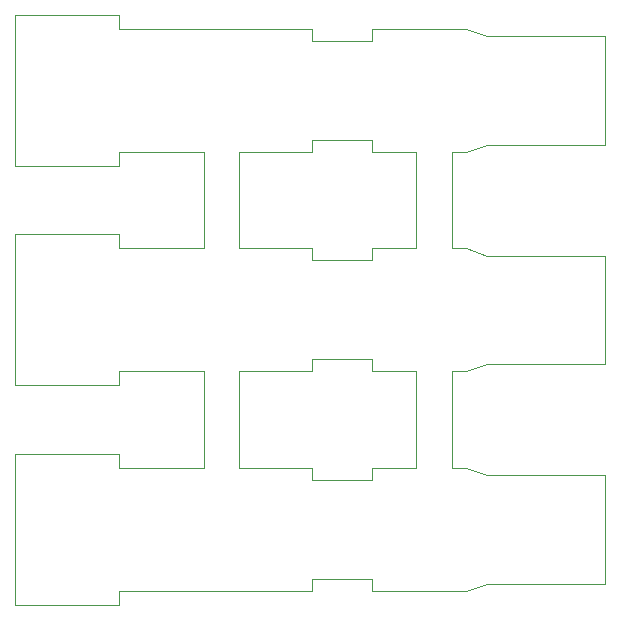
<source format=gko>
%FSLAX46Y46*%
%MOMM*%
%ADD10C,0.010000*%
G01*
%LPD*%
G01*
%LPD*%
D10*
X16000000Y30200000D02*
X16000000Y38400000D01*
D10*
X16000000Y38400000D02*
X8800000Y38400000D01*
D10*
X8800000Y38400000D02*
X8800000Y37200000D01*
D10*
X8800000Y37200000D02*
X0Y37200000D01*
D10*
X0Y37200000D02*
X0Y50000000D01*
D10*
X0Y50000000D02*
X8800000Y50000000D01*
D10*
X8800000Y50000000D02*
X8800000Y48800000D01*
D10*
X8800000Y48800000D02*
X25200000Y48800000D01*
D10*
X25200000Y48800000D02*
X25200000Y47800000D01*
D10*
X25200000Y47800000D02*
X30200000Y47800000D01*
D10*
X30200000Y47800000D02*
X30200000Y48800000D01*
D10*
X30200000Y48800000D02*
X38200000Y48800000D01*
D10*
X38200000Y48800000D02*
X40000000Y48200000D01*
D10*
X40000000Y48200000D02*
X50000000Y48200000D01*
D10*
X50000000Y48200000D02*
X50000000Y39000000D01*
D10*
X50000000Y39000000D02*
X40000000Y39000000D01*
D10*
X40000000Y39000000D02*
X38200000Y38400000D01*
D10*
X38200000Y38400000D02*
X37000000Y38400000D01*
D10*
X37000000Y38400000D02*
X37000000Y30200000D01*
D10*
X37000000Y30200000D02*
X38200000Y30200000D01*
D10*
X38200000Y30200000D02*
X40000000Y29600000D01*
D10*
X40000000Y29600000D02*
X50000000Y29600000D01*
D10*
X50000000Y29600000D02*
X50000000Y20400000D01*
D10*
X50000000Y20400000D02*
X40000000Y20400000D01*
D10*
X40000000Y20400000D02*
X38200000Y19800000D01*
D10*
X38200000Y19800000D02*
X37000000Y19800000D01*
D10*
X37000000Y19800000D02*
X37000000Y11600000D01*
D10*
X37000000Y11600000D02*
X38200000Y11600000D01*
D10*
X38200000Y11600000D02*
X40000000Y11000000D01*
D10*
X40000000Y11000000D02*
X50000000Y11000000D01*
D10*
X50000000Y11000000D02*
X50000000Y1800000D01*
D10*
X50000000Y1800000D02*
X40000000Y1800000D01*
D10*
X40000000Y1800000D02*
X38200000Y1200000D01*
D10*
X38200000Y1200000D02*
X30200000Y1200000D01*
D10*
X30200000Y1200000D02*
X30200000Y2200000D01*
D10*
X30200000Y2200000D02*
X25200000Y2200000D01*
D10*
X25200000Y2200000D02*
X25200000Y1200000D01*
D10*
X25200000Y1200000D02*
X8800000Y1200000D01*
D10*
X8800000Y1200000D02*
X8800000Y0D01*
D10*
X8800000Y0D02*
X0Y0D01*
D10*
X0Y0D02*
X0Y12800000D01*
D10*
X0Y12800000D02*
X8800000Y12800000D01*
D10*
X8800000Y12800000D02*
X8800000Y11600000D01*
D10*
X8800000Y11600000D02*
X16000000Y11600000D01*
D10*
X16000000Y11600000D02*
X16000000Y19800000D01*
D10*
X16000000Y19800000D02*
X8800000Y19800000D01*
D10*
X8800000Y19800000D02*
X8800000Y18600000D01*
D10*
X8800000Y18600000D02*
X0Y18600000D01*
D10*
X0Y18600000D02*
X0Y31400000D01*
D10*
X0Y31400000D02*
X8800000Y31400000D01*
D10*
X8800000Y31400000D02*
X8800000Y30200000D01*
D10*
X8800000Y30200000D02*
X16000000Y30200000D01*
D10*
X19000000Y38400000D02*
X25200000Y38400000D01*
D10*
X25200000Y38400000D02*
X25200000Y39400000D01*
D10*
X25200000Y39400000D02*
X30200000Y39400000D01*
D10*
X30200000Y39400000D02*
X30200000Y38400000D01*
D10*
X30200000Y38400000D02*
X34000000Y38400000D01*
D10*
X34000000Y38400000D02*
X34000000Y30200000D01*
D10*
X34000000Y30200000D02*
X30200000Y30200000D01*
D10*
X30200000Y30200000D02*
X30200000Y29200000D01*
D10*
X30200000Y29200000D02*
X25200000Y29200000D01*
D10*
X25200000Y29200000D02*
X25200000Y30200000D01*
D10*
X25200000Y30200000D02*
X19000000Y30200000D01*
D10*
X19000000Y30200000D02*
X19000000Y38400000D01*
D10*
X19000000Y19800000D02*
X19000000Y11600000D01*
D10*
X19000000Y11600000D02*
X25200000Y11600000D01*
D10*
X25200000Y11600000D02*
X25200000Y10600000D01*
D10*
X25200000Y10600000D02*
X30200000Y10600000D01*
D10*
X30200000Y10600000D02*
X30200000Y11600000D01*
D10*
X30200000Y11600000D02*
X34000000Y11600000D01*
D10*
X34000000Y11600000D02*
X34000000Y19800000D01*
D10*
X34000000Y19800000D02*
X30200000Y19800000D01*
D10*
X30200000Y19800000D02*
X30200000Y20800000D01*
D10*
X30200000Y20800000D02*
X25200000Y20800000D01*
D10*
X25200000Y20800000D02*
X25200000Y19800000D01*
D10*
X25200000Y19800000D02*
X19000000Y19800000D01*
G75*
M02*

</source>
